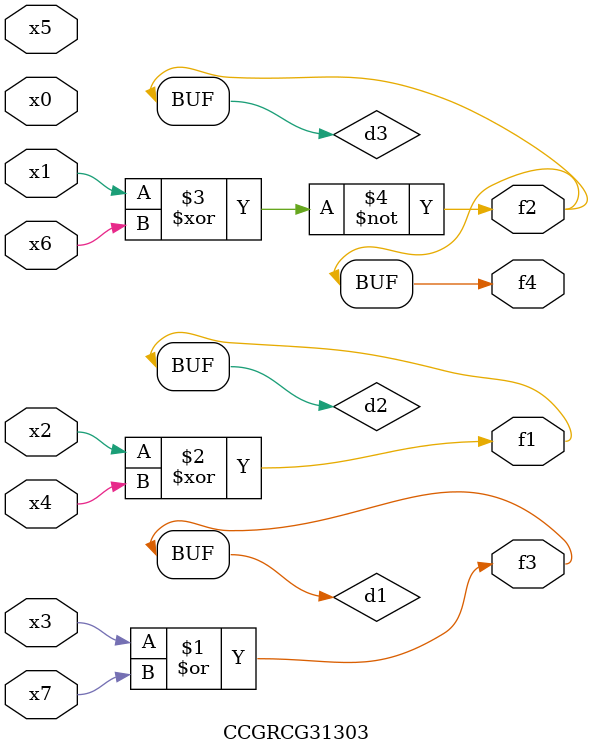
<source format=v>
module CCGRCG31303(
	input x0, x1, x2, x3, x4, x5, x6, x7,
	output f1, f2, f3, f4
);

	wire d1, d2, d3;

	or (d1, x3, x7);
	xor (d2, x2, x4);
	xnor (d3, x1, x6);
	assign f1 = d2;
	assign f2 = d3;
	assign f3 = d1;
	assign f4 = d3;
endmodule

</source>
